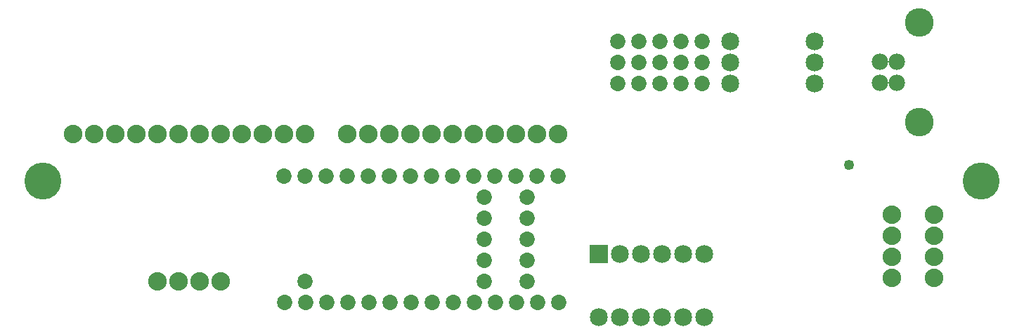
<source format=gts>
G04 MADE WITH FRITZING*
G04 WWW.FRITZING.ORG*
G04 DOUBLE SIDED*
G04 HOLES PLATED*
G04 CONTOUR ON CENTER OF CONTOUR VECTOR*
%ASAXBY*%
%FSLAX23Y23*%
%MOIN*%
%OFA0B0*%
%SFA1.0B1.0*%
%ADD10C,0.049370*%
%ADD11C,0.088000*%
%ADD12C,0.085000*%
%ADD13C,0.175354*%
%ADD14C,0.072992*%
%ADD15C,0.078000*%
%ADD16C,0.136000*%
%ADD17R,0.085000X0.085000*%
%LNMASK1*%
G90*
G70*
G54D10*
X3963Y808D03*
G54D11*
X683Y257D03*
X783Y257D03*
X883Y257D03*
X983Y257D03*
X283Y957D03*
X383Y957D03*
X483Y957D03*
X583Y957D03*
X683Y957D03*
X783Y957D03*
X883Y957D03*
X983Y957D03*
X1083Y957D03*
X1183Y957D03*
X1283Y957D03*
X1383Y957D03*
X1583Y957D03*
X1683Y957D03*
X1783Y957D03*
X1883Y957D03*
X1983Y957D03*
X2083Y957D03*
X2183Y957D03*
X2283Y957D03*
X2383Y957D03*
X2483Y957D03*
X2583Y957D03*
G54D12*
X2777Y386D03*
X2777Y86D03*
X2877Y386D03*
X2877Y86D03*
X2977Y386D03*
X2977Y86D03*
X3077Y386D03*
X3077Y86D03*
X3177Y386D03*
X3177Y86D03*
X3277Y386D03*
X3277Y86D03*
X2777Y386D03*
X2777Y86D03*
X2877Y386D03*
X2877Y86D03*
X2977Y386D03*
X2977Y86D03*
X3077Y386D03*
X3077Y86D03*
X3177Y386D03*
X3177Y86D03*
X3277Y386D03*
X3277Y86D03*
G54D13*
X4589Y734D03*
X139Y734D03*
G54D14*
X1284Y157D03*
X1384Y157D03*
X1484Y157D03*
X1584Y157D03*
X1684Y157D03*
X1784Y157D03*
X1884Y157D03*
X1984Y157D03*
X2084Y157D03*
X2184Y157D03*
X2284Y157D03*
X2384Y157D03*
X2484Y157D03*
X2584Y157D03*
X1284Y157D03*
X1384Y157D03*
X1484Y157D03*
X1584Y157D03*
X1684Y157D03*
X1784Y157D03*
X1884Y157D03*
X1984Y157D03*
X2084Y157D03*
X2184Y157D03*
X2284Y157D03*
X2384Y157D03*
X2484Y157D03*
X2584Y157D03*
X1283Y757D03*
X1383Y757D03*
X1483Y757D03*
X1583Y757D03*
X1683Y757D03*
X1783Y757D03*
X1883Y757D03*
X1983Y757D03*
X2083Y757D03*
X2183Y757D03*
X2283Y757D03*
X2383Y757D03*
X2483Y757D03*
X2583Y757D03*
X1283Y757D03*
X1383Y757D03*
X1483Y757D03*
X1583Y757D03*
X1683Y757D03*
X1783Y757D03*
X1883Y757D03*
X1983Y757D03*
X2083Y757D03*
X2183Y757D03*
X2283Y757D03*
X2383Y757D03*
X2483Y757D03*
X2583Y757D03*
X2233Y656D03*
X2233Y556D03*
X2233Y456D03*
X2233Y356D03*
X2233Y256D03*
X2233Y656D03*
X2233Y556D03*
X2233Y456D03*
X2233Y356D03*
X2233Y256D03*
X2436Y657D03*
X2436Y557D03*
X2436Y457D03*
X2436Y357D03*
X2436Y257D03*
X2436Y657D03*
X2436Y557D03*
X2436Y457D03*
X2436Y357D03*
X2436Y257D03*
X1383Y256D03*
X1383Y256D03*
G54D15*
X4110Y1200D03*
X4110Y1298D03*
X4188Y1298D03*
X4188Y1200D03*
G54D16*
X4295Y1012D03*
X4295Y1486D03*
G54D15*
X4110Y1200D03*
X4110Y1298D03*
X4188Y1298D03*
X4188Y1200D03*
G54D16*
X4295Y1012D03*
X4295Y1486D03*
G54D14*
X3265Y1195D03*
X3165Y1195D03*
X3065Y1195D03*
X2965Y1195D03*
X2865Y1195D03*
X3265Y1195D03*
X3165Y1195D03*
X3065Y1195D03*
X2965Y1195D03*
X2865Y1195D03*
X3265Y1295D03*
X3165Y1295D03*
X3065Y1295D03*
X2965Y1295D03*
X2865Y1295D03*
X3265Y1295D03*
X3165Y1295D03*
X3065Y1295D03*
X2965Y1295D03*
X2865Y1295D03*
X3265Y1395D03*
X3165Y1395D03*
X3065Y1395D03*
X2965Y1395D03*
X2865Y1395D03*
X3265Y1395D03*
X3165Y1395D03*
X3065Y1395D03*
X2965Y1395D03*
X2865Y1395D03*
G54D12*
X3398Y1195D03*
X3798Y1195D03*
X3398Y1195D03*
X3798Y1195D03*
X3399Y1297D03*
X3799Y1297D03*
X3399Y1297D03*
X3799Y1297D03*
X3399Y1395D03*
X3799Y1395D03*
X3399Y1395D03*
X3799Y1395D03*
G54D11*
X4164Y571D03*
X4164Y471D03*
X4164Y371D03*
X4164Y271D03*
X4367Y571D03*
X4367Y471D03*
X4367Y371D03*
X4367Y271D03*
G54D17*
X2777Y386D03*
X2777Y386D03*
G04 End of Mask1*
M02*
</source>
